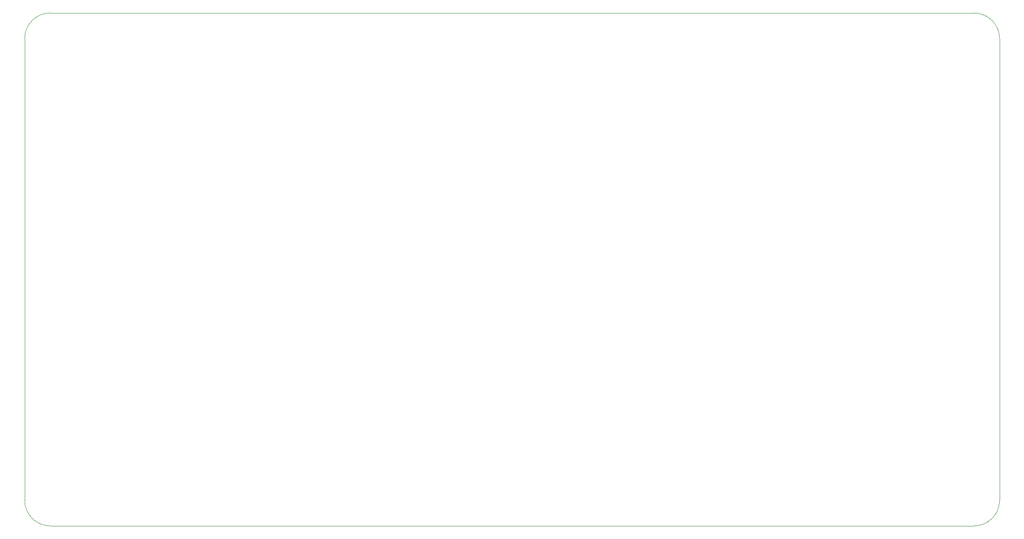
<source format=gbr>
%TF.GenerationSoftware,KiCad,Pcbnew,8.0.6*%
%TF.CreationDate,2025-01-18T12:54:08+00:00*%
%TF.ProjectId,a1,61312e6b-6963-4616-945f-706362585858,rev?*%
%TF.SameCoordinates,Original*%
%TF.FileFunction,Profile,NP*%
%FSLAX46Y46*%
G04 Gerber Fmt 4.6, Leading zero omitted, Abs format (unit mm)*
G04 Created by KiCad (PCBNEW 8.0.6) date 2025-01-18 12:54:08*
%MOMM*%
%LPD*%
G01*
G04 APERTURE LIST*
%TA.AperFunction,Profile*%
%ADD10C,0.100000*%
%TD*%
G04 APERTURE END LIST*
D10*
X240000000Y-40000000D02*
G75*
G02*
X245000000Y-45000000I0J-5000000D01*
G01*
X55000000Y-135000000D02*
X55000000Y-45000000D01*
X245000000Y-51000000D02*
X245000000Y-135000000D01*
X245000000Y-45000000D02*
X245000000Y-51000000D01*
X55000000Y-45000000D02*
G75*
G02*
X60000000Y-40000000I5000000J0D01*
G01*
X60000000Y-40000000D02*
X240000000Y-40000000D01*
X60000000Y-140000000D02*
G75*
G02*
X55000000Y-135000000I0J5000000D01*
G01*
X245000000Y-135000000D02*
G75*
G02*
X240000000Y-140000000I-5000000J0D01*
G01*
X240000000Y-140000000D02*
X60000000Y-140000000D01*
M02*

</source>
